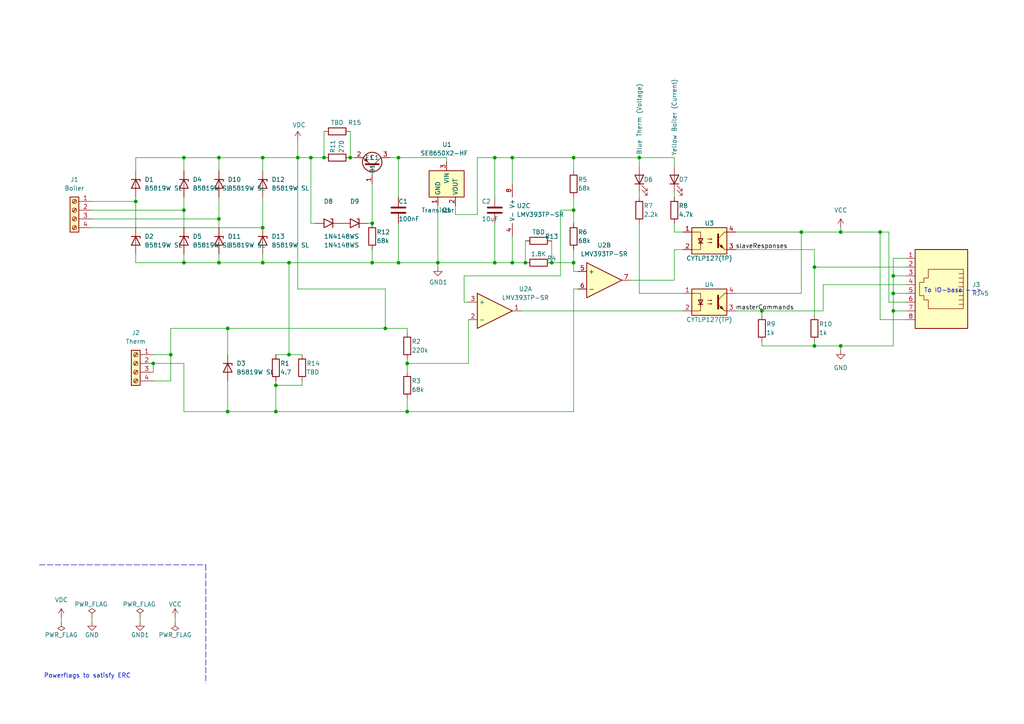
<source format=kicad_sch>
(kicad_sch (version 20231120) (generator "eeschema") (generator_version "8.0")
  (paper "A4")
  (title_block (title "Thermostat Cable Splitter") (date "2024-06-03") (rev "V1.0") (company "oup Energy Transistion Windesheim university of applied sciences") (comment 1 "Author: Daan Tellegen, Bram Busch") (comment 2 "Reviewed by: Marco Winkelman") (comment 3 "Licensend under: CERN-OHL-P-V2"))
  (lib_symbols
    (symbol "CYTLP127(TP)_1"
      (property "Reference" "U3" (at 0 5.08 0))
      (property "Value" "CYTLP127(TP)" (at 0 -5.08 0))
      (symbol "CYTLP127(TP)_1_0_1"
        (rectangle (start -5.08 3.81) (end 5.08 -3.81) (stroke (width 0.254)) (fill (type background)))
        (polyline (pts (xy -3.175 -0.635) (xy -1.905 -0.635)) (stroke (width 0.254)))
        (polyline (pts (xy 2.54 0.635) (xy 4.445 2.54)))
        (polyline (pts (xy 4.445 -2.54) (xy 2.54 -0.635)) (fill (type outline)))
        (polyline (pts (xy 4.445 -2.54) (xy 5.08 -2.54)))
        (polyline (pts (xy 4.445 2.54) (xy 5.08 2.54)))
        (polyline (pts (xy -2.54 -0.635) (xy -2.54 -2.54) (xy -5.08 -2.54)))
        (polyline (pts (xy 2.54 1.905) (xy 2.54 -1.905) (xy 2.54 -1.905)) (stroke (width 0.508)))
        (polyline (pts (xy -5.08 2.54) (xy -2.54 2.54) (xy -2.54 -1.27) (xy -2.54 0.635)))
        (polyline (pts (xy -2.54 -0.635) (xy -3.175 0.635) (xy -1.905 0.635) (xy -2.54 -0.635)) (stroke (width 0.254)))
        (polyline (pts (xy -0.508 -0.508) (xy 0.762 -0.508) (xy 0.381 -0.635) (xy 0.381 -0.381) (xy 0.762 -0.508)))
        (polyline (pts (xy -0.508 0.508) (xy 0.762 0.508) (xy 0.381 0.381) (xy 0.381 0.635) (xy 0.762 0.508)))
        (polyline (pts (xy 3.048 -1.651) (xy 3.556 -1.143) (xy 4.064 -2.159) (xy 3.048 -1.651) (xy 3.048 -1.651)) (fill (type outline)))
      )
      (symbol "CYTLP127(TP)_1_1_1"
        (pin passive line (at -7.62 2.54 0) (length 2.54) (name "~") (number "1"))
        (pin passive line (at -7.62 -2.54 0) (length 2.54) (name "~") (number "2"))
        (pin passive line (at 7.62 -2.54 180) (length 2.54) (name "~") (number "3"))
        (pin passive line (at 7.62 2.54 180) (length 2.54) (name "~") (number "4"))
      )
    )
    (symbol "Components:CYTLP127(TP)"
      (property "Reference" "U4" (at 0 5.08 0))
      (property "Value" "CYTLP127(TP)" (at 0 -5.08 0))
      (symbol "CYTLP127(TP)_0_1"
        (rectangle (start -5.08 3.81) (end 5.08 -3.81) (stroke (width 0.254)) (fill (type background)))
        (polyline (pts (xy -3.175 -0.635) (xy -1.905 -0.635)) (stroke (width 0.254)))
        (polyline (pts (xy 2.54 0.635) (xy 4.445 2.54)))
        (polyline (pts (xy 4.445 -2.54) (xy 2.54 -0.635)) (fill (type outline)))
        (polyline (pts (xy 4.445 -2.54) (xy 5.08 -2.54)))
        (polyline (pts (xy 4.445 2.54) (xy 5.08 2.54)))
        (polyline (pts (xy -2.54 -0.635) (xy -2.54 -2.54) (xy -5.08 -2.54)))
        (polyline (pts (xy 2.54 1.905) (xy 2.54 -1.905) (xy 2.54 -1.905)) (stroke (width 0.508)))
        (polyline (pts (xy -5.08 2.54) (xy -2.54 2.54) (xy -2.54 -1.27) (xy -2.54 0.635)))
        (polyline (pts (xy -2.54 -0.635) (xy -3.175 0.635) (xy -1.905 0.635) (xy -2.54 -0.635)) (stroke (width 0.254)))
        (polyline (pts (xy -0.508 -0.508) (xy 0.762 -0.508) (xy 0.381 -0.635) (xy 0.381 -0.381) (xy 0.762 -0.508)))
        (polyline (pts (xy -0.508 0.508) (xy 0.762 0.508) (xy 0.381 0.381) (xy 0.381 0.635) (xy 0.762 0.508)))
        (polyline (pts (xy 3.048 -1.651) (xy 3.556 -1.143) (xy 4.064 -2.159) (xy 3.048 -1.651) (xy 3.048 -1.651)) (fill (type outline)))
      )
      (symbol "CYTLP127(TP)_1_1"
        (pin passive line (at -7.62 2.54 0) (length 2.54) (name "~") (number "1"))
        (pin passive line (at -7.62 -2.54 0) (length 2.54) (name "~") (number "2"))
        (pin passive line (at 7.62 -2.54 180) (length 2.54) (name "~") (number "3"))
        (pin passive line (at 7.62 2.54 180) (length 2.54) (name "~") (number "4"))
      )
    )
    (symbol "Components:GS8332-SR"
      (property "Reference" "U" (at 2.54 13.97 0))
      (property "Value" "GS8332-SR" (at -8.89 13.97 0))
      (symbol "GS8332-SR_1_1"
        (polyline (pts (xy -5.08 5.08) (xy 5.08 0) (xy -5.08 -5.08) (xy -5.08 5.08)) (stroke (width 0.254)) (fill (type background)))
        (pin output line (at 7.62 0 180) (length 2.54) (name "~") (number "1"))
        (pin input line (at -7.62 -2.54 0) (length 2.54) (name "-") (number "2"))
        (pin input line (at -7.62 2.54 0) (length 2.54) (name "+") (number "3"))
      )
      (symbol "GS8332-SR_2_1"
        (polyline (pts (xy -5.08 5.08) (xy 5.08 0) (xy -5.08 -5.08) (xy -5.08 5.08)) (stroke (width 0.254)) (fill (type background)))
        (pin input line (at -7.62 2.54 0) (length 2.54) (name "+") (number "5"))
        (pin input line (at -7.62 -2.54 0) (length 2.54) (name "-") (number "6"))
        (pin output line (at 7.62 0 180) (length 2.54) (name "~") (number "7"))
      )
      (symbol "GS8332-SR_3_1"
        (pin power_in line (at 0 -5.08 90) (length 3.81) (name "V-") (number "4"))
        (pin power_in line (at 0 10.16 270) (length 3.81) (name "V+") (number "8"))
      )
    )
    (symbol "Components:SE8650X2-HF "
      (property "Reference" "U" (at 8.89 1.27 0))
      (property "Value" "SE8650X2-HF " (at -3.81 5.08 0))
      (symbol "SE8650X2-HF _1_1"
        (rectangle (start -5.08 2.54) (end 5.08 -5.08) (stroke (width 0.254)) (fill (type background)))
        (pin power_in line (at -2.54 -7.62 90) (length 2.54) (name "GND") (number "1"))
        (pin power_out line (at 2.54 -7.62 90) (length 2.54) (name "VOUT") (number "2"))
        (pin input line (at 0 5.08 270) (length 2.54) (name "VIN") (number "3"))
      )
    )
    (symbol "Components:Transistor"
      (property "Reference" "Q1" (at -8.89 12.7 90))
      (property "Value" "Transistor" (at -8.89 10.16 90))
      (symbol "Transistor_0_1"
        (polyline (pts (xy 4.445 -8.89) (xy 1.27 -8.89)))
        (polyline (pts (xy 4.445 -8.255) (xy 6.35 -6.35)))
        (polyline (pts (xy 4.445 -9.525) (xy 6.35 -11.43) (xy 6.35 -11.43)))
        (polyline (pts (xy 4.445 -6.985) (xy 4.445 -10.795) (xy 4.445 -10.795)) (stroke (width 0.508)))
        (polyline (pts (xy 6.096 -10.668) (xy 5.588 -11.176) (xy 5.08 -10.16) (xy 6.096 -10.668) (xy 6.096 -10.668)) (fill (type outline)))
        (circle (center 5.08 -8.89) (radius 2.8194) (stroke (width 0.254)))
      )
      (symbol "Transistor_1_1"
        (pin input line (at -1.27 -8.89 0) (length 2.54) (name "B1") (number "1"))
        (pin passive line (at 6.35 -13.97 90) (length 2.54) (name "E1") (number "2"))
        (pin passive line (at 6.35 -3.81 270) (length 2.54) (name "C1") (number "3"))
      )
    )
    (symbol "Connector:RJ45" (pin_names (offset 1.016))
      (property "Reference" "J" (at -5.08 13.97 0))
      (property "Value" "RJ45" (at 2.54 13.97 0))
      (symbol "RJ45_0_1"
        (polyline (pts (xy -5.08 4.445) (xy -6.35 4.445)))
        (polyline (pts (xy -5.08 5.715) (xy -6.35 5.715)))
        (polyline (pts (xy -6.35 -3.175) (xy -5.08 -3.175) (xy -5.08 -3.175)))
        (polyline (pts (xy -6.35 -1.905) (xy -5.08 -1.905) (xy -5.08 -1.905)))
        (polyline (pts (xy -6.35 -0.635) (xy -5.08 -0.635) (xy -5.08 -0.635)))
        (polyline (pts (xy -6.35 0.635) (xy -5.08 0.635) (xy -5.08 0.635)))
        (polyline (pts (xy -6.35 1.905) (xy -5.08 1.905) (xy -5.08 1.905)))
        (polyline (pts (xy -5.08 3.175) (xy -6.35 3.175) (xy -6.35 3.175)))
        (polyline (pts (xy -6.35 -4.445) (xy -6.35 6.985) (xy 3.81 6.985) (xy 3.81 4.445) (xy 5.08 4.445) (xy 5.08 3.175) (xy 6.35 3.175) (xy 6.35 -0.635) (xy 5.08 -0.635) (xy 5.08 -1.905) (xy 3.81 -1.905) (xy 3.81 -4.445) (xy -6.35 -4.445) (xy -6.35 -4.445)))
        (rectangle (start 7.62 12.7) (end -7.62 -10.16) (stroke (width 0.254)) (fill (type background)))
      )
      (symbol "RJ45_1_1"
        (pin passive line (at 10.16 -7.62 180) (length 2.54) (name "~") (number "1"))
        (pin passive line (at 10.16 -5.08 180) (length 2.54) (name "~") (number "2"))
        (pin passive line (at 10.16 -2.54 180) (length 2.54) (name "~") (number "3"))
        (pin passive line (at 10.16 0 180) (length 2.54) (name "~") (number "4"))
        (pin passive line (at 10.16 2.54 180) (length 2.54) (name "~") (number "5"))
        (pin passive line (at 10.16 5.08 180) (length 2.54) (name "~") (number "6"))
        (pin passive line (at 10.16 7.62 180) (length 2.54) (name "~") (number "7"))
        (pin passive line (at 10.16 10.16 180) (length 2.54) (name "~") (number "8"))
      )
    )
    (symbol "Connector:Screw_Terminal_01x04" (pin_names (offset 1.016) hide)
      (property "Reference" "J" (at 0 5.08 0))
      (property "Value" "Screw_Terminal_01x04" (at 0 -7.62 0))
      (symbol "Screw_Terminal_01x04_1_1"
        (rectangle (start -1.27 3.81) (end 1.27 -6.35) (stroke (width 0.254)) (fill (type background)))
        (circle (center 0 -5.08) (radius 0.635) (stroke (width 0.1524)))
        (circle (center 0 -2.54) (radius 0.635) (stroke (width 0.1524)))
        (polyline (pts (xy -0.5334 -4.7498) (xy 0.3302 -5.588)) (stroke (width 0.1524)))
        (polyline (pts (xy -0.5334 -2.2098) (xy 0.3302 -3.048)) (stroke (width 0.1524)))
        (polyline (pts (xy -0.5334 0.3302) (xy 0.3302 -0.508)) (stroke (width 0.1524)))
        (polyline (pts (xy -0.5334 2.8702) (xy 0.3302 2.032)) (stroke (width 0.1524)))
        (polyline (pts (xy -0.3556 -4.572) (xy 0.508 -5.4102)) (stroke (width 0.1524)))
        (polyline (pts (xy -0.3556 -2.032) (xy 0.508 -2.8702)) (stroke (width 0.1524)))
        (polyline (pts (xy -0.3556 0.508) (xy 0.508 -0.3302)) (stroke (width 0.1524)))
        (polyline (pts (xy -0.3556 3.048) (xy 0.508 2.2098)) (stroke (width 0.1524)))
        (circle (center 0 0) (radius 0.635) (stroke (width 0.1524)))
        (circle (center 0 2.54) (radius 0.635) (stroke (width 0.1524)))
        (pin passive line (at -5.08 2.54 0) (length 3.81) (name "Pin_1") (number "1"))
        (pin passive line (at -5.08 0 0) (length 3.81) (name "Pin_2") (number "2"))
        (pin passive line (at -5.08 -2.54 0) (length 3.81) (name "Pin_3") (number "3"))
        (pin passive line (at -5.08 -5.08 0) (length 3.81) (name "Pin_4") (number "4"))
      )
    )
    (symbol "Device:C" (pin_numbers hide) (pin_names (offset 0.254))
      (property "Reference" "C" (at 0.635 2.54 0))
      (property "Value" "C" (at 0.635 -2.54 0))
      (symbol "C_0_1"
        (polyline (pts (xy -2.032 -0.762) (xy 2.032 -0.762)) (stroke (width 0.508)))
        (polyline (pts (xy -2.032 0.762) (xy 2.032 0.762)) (stroke (width 0.508)))
      )
      (symbol "C_1_1"
        (pin passive line (at 0 3.81 270) (length 2.794) (name "~") (number "1"))
        (pin passive line (at 0 -3.81 90) (length 2.794) (name "~") (number "2"))
      )
    )
    (symbol "Device:D_Zener" (pin_numbers hide) (pin_names (offset 1.016) hide)
      (property "Reference" "D" (at 0 2.54 0))
      (property "Value" "D_Zener" (at 0 -2.54 0))
      (symbol "D_Zener_0_1"
        (polyline (pts (xy 1.27 0) (xy -1.27 0)))
        (polyline (pts (xy -1.27 -1.27) (xy -1.27 1.27) (xy -0.762 1.27)) (stroke (width 0.254)))
        (polyline (pts (xy 1.27 -1.27) (xy 1.27 1.27) (xy -1.27 0) (xy 1.27 -1.27)) (stroke (width 0.254)))
      )
      (symbol "D_Zener_1_1"
        (pin passive line (at -3.81 0 0) (length 2.54) (name "K") (number "1"))
        (pin passive line (at 3.81 0 180) (length 2.54) (name "A") (number "2"))
      )
    )
    (symbol "Device:LED" (pin_numbers hide) (pin_names (offset 1.016) hide)
      (property "Reference" "D" (at 0 2.54 0))
      (property "Value" "LED" (at 0 -2.54 0))
      (symbol "LED_0_1"
        (polyline (pts (xy -1.27 -1.27) (xy -1.27 1.27)) (stroke (width 0.254)))
        (polyline (pts (xy -1.27 0) (xy 1.27 0)))
        (polyline (pts (xy 1.27 -1.27) (xy 1.27 1.27) (xy -1.27 0) (xy 1.27 -1.27)) (stroke (width 0.254)))
        (polyline (pts (xy -3.048 -0.762) (xy -4.572 -2.286) (xy -3.81 -2.286) (xy -4.572 -2.286) (xy -4.572 -1.524)))
        (polyline (pts (xy -1.778 -0.762) (xy -3.302 -2.286) (xy -2.54 -2.286) (xy -3.302 -2.286) (xy -3.302 -1.524)))
      )
      (symbol "LED_1_1"
        (pin passive line (at -3.81 0 0) (length 2.54) (name "K") (number "1"))
        (pin passive line (at 3.81 0 180) (length 2.54) (name "A") (number "2"))
      )
    )
    (symbol "Device:R" (pin_numbers hide) (pin_names (offset 0))
      (property "Reference" "R" (at 2.032 0 90))
      (property "Value" "R" (at 0 0 90))
      (symbol "R_0_1"
        (rectangle (start -1.016 -2.54) (end 1.016 2.54) (stroke (width 0.254)))
      )
      (symbol "R_1_1"
        (pin passive line (at 0 3.81 270) (length 1.27) (name "~") (number "1"))
        (pin passive line (at 0 -3.81 90) (length 1.27) (name "~") (number "2"))
      )
    )
    (symbol "Diode:1.5KExxA" (pin_numbers hide) (pin_names (offset 1.016) hide)
      (property "Reference" "D" (at 0 2.54 0))
      (property "Value" "1.5KExxA" (at 0 -2.54 0))
      (symbol "1.5KExxA_0_1"
        (polyline (pts (xy -0.762 1.27) (xy -1.27 1.27) (xy -1.27 -1.27)) (stroke (width 0.254)))
        (polyline (pts (xy 1.27 1.27) (xy 1.27 -1.27) (xy -1.27 0) (xy 1.27 1.27)) (stroke (width 0.254)))
      )
      (symbol "1.5KExxA_1_1"
        (pin passive line (at -3.81 0 0) (length 2.54) (name "A1") (number "1"))
        (pin passive line (at 3.81 0 180) (length 2.54) (name "A2") (number "2"))
      )
    )
    (symbol "power:GND" (power) (pin_names (offset 0))
      (property "Value" "GND" (at 0 -3.81 0))
      (symbol "GND_0_1"
        (polyline (pts (xy 0 0) (xy 0 -1.27) (xy 1.27 -1.27) (xy 0 -2.54) (xy -1.27 -1.27) (xy 0 -1.27)))
      )
      (symbol "GND_1_1"
        (pin power_in line (at 0 0 270) (length 0) hide (name "GND") (number "1"))
      )
    )
    (symbol "power:GND1" (power) (pin_names (offset 0))
      (property "Value" "GND1" (at 0 -3.81 0))
      (symbol "GND1_0_1"
        (polyline (pts (xy 0 0) (xy 0 -1.27) (xy 1.27 -1.27) (xy 0 -2.54) (xy -1.27 -1.27) (xy 0 -1.27)))
      )
      (symbol "GND1_1_1"
        (pin power_in line (at 0 0 270) (length 0) hide (name "GND1") (number "1"))
      )
    )
    (symbol "power:PWR_FLAG" (power) (pin_numbers hide) (pin_names (offset 0) hide)
      (property "Value" "PWR_FLAG" (at 0 3.81 0))
      (symbol "PWR_FLAG_0_0"
        (pin power_out line (at 0 0 90) (length 0) (name "pwr") (number "1"))
      )
      (symbol "PWR_FLAG_0_1"
        (polyline (pts (xy 0 0) (xy 0 1.27) (xy -1.016 1.905) (xy 0 2.54) (xy 1.016 1.905) (xy 0 1.27)))
      )
    )
    (symbol "power:VCC" (power) (pin_names (offset 0))
      (property "Value" "VCC" (at 0 3.81 0))
      (symbol "VCC_0_1"
        (polyline (pts (xy -0.762 1.27) (xy 0 2.54)))
        (polyline (pts (xy 0 0) (xy 0 2.54)))
        (polyline (pts (xy 0 2.54) (xy 0.762 1.27)))
      )
      (symbol "VCC_1_1"
        (pin power_in line (at 0 0 90) (length 0) hide (name "VCC") (number "1"))
      )
    )
    (symbol "power:VDC" (power) (pin_names (offset 0))
      (property "Value" "VDC" (at 0 6.35 0))
      (symbol "VDC_0_1"
        (polyline (pts (xy -0.762 1.27) (xy 0 2.54)))
        (polyline (pts (xy 0 0) (xy 0 2.54)))
        (polyline (pts (xy 0 2.54) (xy 0.762 1.27)))
      )
      (symbol "VDC_1_1"
        (pin power_in line (at 0 0 90) (length 0) hide (name "VDC") (number "1"))
      )
    )
  )
  (junction (at 220.98 90.17))
  (junction (at 166.37 45.72))
  (junction (at 185.42 45.72))
  (junction (at 255.27 67.31))
  (junction (at 53.34 60.96))
  (junction (at 236.22 100.33))
  (junction (at 259.08 90.17))
  (junction (at 66.04 119.38))
  (junction (at 90.17 45.72))
  (junction (at 83.82 76.2))
  (junction (at 76.2 76.2))
  (junction (at 107.95 64.77))
  (junction (at 152.4 76.2))
  (junction (at 166.37 76.2))
  (junction (at 118.11 119.38))
  (junction (at 49.53 102.87))
  (junction (at 107.95 76.2))
  (junction (at 80.01 111.76))
  (junction (at 53.34 45.72))
  (junction (at 143.51 45.72))
  (junction (at 101.6 45.72))
  (junction (at 143.51 76.2))
  (junction (at 232.41 67.31))
  (junction (at 148.59 45.72))
  (junction (at 166.37 60.96))
  (junction (at 76.2 66.04))
  (junction (at 115.57 45.72))
  (junction (at 83.82 102.87))
  (junction (at 93.98 45.72))
  (junction (at 44.45 105.41))
  (junction (at 86.36 45.72))
  (junction (at 39.37 58.42))
  (junction (at 111.76 95.25))
  (junction (at 63.5 63.5))
  (junction (at 63.5 76.2))
  (junction (at 243.84 67.31))
  (junction (at 115.57 76.2))
  (junction (at 127 76.2))
  (junction (at 236.22 77.47))
  (junction (at 63.5 45.72))
  (junction (at 53.34 76.2))
  (junction (at 148.59 76.2))
  (junction (at 118.11 105.41))
  (junction (at 259.08 85.09))
  (junction (at 259.08 80.01))
  (junction (at 243.84 100.33))
  (junction (at 160.02 76.2))
  (junction (at 80.01 119.38))
  (junction (at 76.2 45.72))
  (junction (at 66.04 95.25))
  (wire (pts (xy 66.04 95.25) (xy 66.04 102.87)))
  (wire (pts (xy 26.67 58.42) (xy 39.37 58.42)))
  (wire (pts (xy 66.04 110.49) (xy 66.04 119.38)))
  (wire (pts (xy 160.02 69.85) (xy 160.02 76.2)))
  (wire (pts (xy 195.58 67.31) (xy 198.12 67.31)))
  (wire (pts (xy 26.67 60.96) (xy 53.34 60.96)))
  (wire (pts (xy 148.59 45.72) (xy 148.59 53.34)))
  (wire (pts (xy 143.51 45.72) (xy 143.51 57.15)))
  (wire (pts (xy 111.76 83.82) (xy 111.76 95.25)))
  (wire (pts (xy 53.34 57.15) (xy 53.34 60.96)))
  (wire (pts (xy 39.37 45.72) (xy 53.34 45.72)))
  (wire (pts (xy 127 76.2) (xy 115.57 76.2)))
  (wire (pts (xy 166.37 83.82) (xy 166.37 119.38)))
  (wire (pts (xy 134.62 80.01) (xy 134.62 87.63)))
  (wire (pts (xy 49.53 102.87) (xy 49.53 95.25)))
  (wire (pts (xy 195.58 45.72) (xy 195.58 48.26)))
  (wire (pts (xy 80.01 119.38) (xy 118.11 119.38)))
  (wire (pts (xy 101.6 45.72) (xy 102.87 45.72)))
  (wire (pts (xy 111.76 95.25) (xy 118.11 95.25)))
  (wire (pts (xy 262.89 74.93) (xy 259.08 74.93)))
  (wire (pts (xy 232.41 85.09) (xy 232.41 67.31)))
  (wire (pts (xy 44.45 102.87) (xy 49.53 102.87)))
  (wire (pts (xy 86.36 45.72) (xy 90.17 45.72)))
  (wire (pts (xy 134.62 80.01) (xy 162.56 80.01)))
  (wire (pts (xy 195.58 81.28) (xy 195.58 72.39)))
  (wire (pts (xy 127 59.69) (xy 127 76.2)))
  (wire (pts (xy 49.53 95.25) (xy 66.04 95.25)))
  (wire (pts (xy 259.08 90.17) (xy 259.08 100.33)))
  (wire (pts (xy 101.6 38.1) (xy 101.6 45.72)))
  (wire (pts (xy 107.95 72.39) (xy 107.95 76.2)))
  (wire (pts (xy 39.37 45.72) (xy 39.37 49.53)))
  (wire (pts (xy 107.95 76.2) (xy 115.57 76.2)))
  (wire (pts (xy 151.13 90.17) (xy 198.12 90.17)))
  (wire (pts (xy 66.04 119.38) (xy 80.01 119.38)))
  (wire (pts (xy 83.82 76.2) (xy 83.82 102.87)))
  (wire (pts (xy 63.5 57.15) (xy 63.5 63.5)))
  (wire (pts (xy 63.5 73.66) (xy 63.5 76.2)))
  (wire (pts (xy 80.01 111.76) (xy 80.01 119.38)))
  (wire (pts (xy 86.36 45.72) (xy 86.36 83.82)))
  (wire (pts (xy 26.67 63.5) (xy 63.5 63.5)))
  (wire (pts (xy 107.95 53.34) (xy 107.95 64.77)))
  (wire (pts (xy 238.76 90.17) (xy 220.98 90.17)))
  (wire (pts (xy 93.98 38.1) (xy 93.98 45.72)))
  (wire (pts (xy 87.63 111.76) (xy 80.01 111.76)))
  (wire (pts (xy 220.98 100.33) (xy 236.22 100.33)))
  (wire (pts (xy 66.04 95.25) (xy 111.76 95.25)))
  (wire (pts (xy 143.51 64.77) (xy 143.51 76.2)))
  (wire (pts (xy 166.37 72.39) (xy 166.37 76.2)))
  (wire (pts (xy 53.34 45.72) (xy 63.5 45.72)))
  (wire (pts (xy 236.22 77.47) (xy 262.89 77.47)))
  (wire (pts (xy 118.11 119.38) (xy 166.37 119.38)))
  (wire (pts (xy 39.37 76.2) (xy 53.34 76.2)))
  (wire (pts (xy 236.22 72.39) (xy 236.22 77.47)))
  (wire (pts (xy 49.53 110.49) (xy 49.53 102.87)))
  (wire (pts (xy 118.11 95.25) (xy 118.11 96.52)))
  (wire (pts (xy 143.51 45.72) (xy 148.59 45.72)))
  (wire (pts (xy 243.84 66.04) (xy 243.84 67.31)))
  (wire (pts (xy 255.27 92.71) (xy 255.27 67.31)))
  (wire (pts (xy 243.84 67.31) (xy 255.27 67.31)))
  (wire (pts (xy 236.22 100.33) (xy 243.84 100.33)))
  (wire (pts (xy 39.37 73.66) (xy 39.37 76.2)))
  (wire (pts (xy 220.98 91.44) (xy 220.98 90.17)))
  (wire (pts (xy 152.4 69.85) (xy 152.4 76.2)))
  (wire (pts (xy 39.37 58.42) (xy 39.37 66.04)))
  (wire (pts (xy 90.17 45.72) (xy 90.17 64.77)))
  (wire (pts (xy 262.89 87.63) (xy 257.81 87.63)))
  (wire (pts (xy 90.17 45.72) (xy 93.98 45.72)))
  (wire (pts (xy 76.2 57.15) (xy 76.2 66.04)))
  (wire (pts (xy 118.11 115.57) (xy 118.11 119.38)))
  (wire (pts (xy 148.59 76.2) (xy 143.51 76.2)))
  (wire (pts (xy 232.41 67.31) (xy 243.84 67.31)))
  (wire (pts (xy 167.64 78.74) (xy 166.37 78.74)))
  (wire (pts (xy 53.34 73.66) (xy 53.34 76.2)))
  (wire (pts (xy 63.5 45.72) (xy 63.5 49.53)))
  (wire (pts (xy 213.36 90.17) (xy 220.98 90.17)))
  (wire (pts (xy 91.44 64.77) (xy 90.17 64.77)))
  (wire (pts (xy 220.98 99.06) (xy 220.98 100.33)))
  (wire (pts (xy 162.56 60.96) (xy 162.56 80.01)))
  (wire (pts (xy 76.2 76.2) (xy 83.82 76.2)))
  (wire (pts (xy 148.59 68.58) (xy 148.59 76.2)))
  (wire (pts (xy 185.42 45.72) (xy 195.58 45.72)))
  (wire (pts (xy 259.08 90.17) (xy 262.89 90.17)))
  (wire (pts (xy 53.34 45.72) (xy 53.34 49.53)))
  (wire (pts (xy 185.42 45.72) (xy 185.42 48.26)))
  (wire (pts (xy 87.63 110.49) (xy 87.63 111.76)))
  (wire (pts (xy 236.22 99.06) (xy 236.22 100.33)))
  (wire (pts (xy 259.08 85.09) (xy 259.08 90.17)))
  (wire (pts (xy 80.01 110.49) (xy 80.01 111.76)))
  (wire (pts (xy 80.01 102.87) (xy 83.82 102.87)))
  (wire (pts (xy 135.89 87.63) (xy 134.62 87.63)))
  (wire (pts (xy 255.27 67.31) (xy 257.81 67.31)))
  (wire (pts (xy 53.34 60.96) (xy 53.34 66.04)))
  (wire (pts (xy 115.57 76.2) (xy 115.57 64.77)))
  (wire (pts (xy 213.36 72.39) (xy 236.22 72.39)))
  (wire (pts (xy 86.36 83.82) (xy 111.76 83.82)))
  (wire (pts (xy 86.36 40.64) (xy 86.36 45.72)))
  (wire (pts (xy 166.37 78.74) (xy 166.37 76.2)))
  (wire (pts (xy 143.51 76.2) (xy 127 76.2)))
  (wire (pts (xy 243.84 100.33) (xy 259.08 100.33)))
  (polyline (pts (xy 59.69 163.83) (xy 59.69 198.12)) (stroke (width 0) (type dash)))
  (wire (pts (xy 138.43 62.23) (xy 138.43 45.72)))
  (wire (pts (xy 257.81 87.63) (xy 257.81 67.31)))
  (wire (pts (xy 53.34 76.2) (xy 63.5 76.2)))
  (wire (pts (xy 63.5 76.2) (xy 76.2 76.2)))
  (wire (pts (xy 132.08 62.23) (xy 132.08 59.69)))
  (wire (pts (xy 166.37 45.72) (xy 185.42 45.72)))
  (wire (pts (xy 118.11 105.41) (xy 118.11 107.95)))
  (wire (pts (xy 198.12 85.09) (xy 185.42 85.09)))
  (wire (pts (xy 106.68 64.77) (xy 107.95 64.77)))
  (wire (pts (xy 182.88 81.28) (xy 195.58 81.28)))
  (wire (pts (xy 166.37 83.82) (xy 167.64 83.82)))
  (wire (pts (xy 39.37 57.15) (xy 39.37 58.42)))
  (wire (pts (xy 262.89 80.01) (xy 259.08 80.01)))
  (wire (pts (xy 152.4 76.2) (xy 148.59 76.2)))
  (wire (pts (xy 40.64 179.07) (xy 40.64 180.34)))
  (wire (pts (xy 262.89 92.71) (xy 255.27 92.71)))
  (wire (pts (xy 53.34 105.41) (xy 53.34 119.38)))
  (wire (pts (xy 132.08 62.23) (xy 138.43 62.23)))
  (wire (pts (xy 63.5 45.72) (xy 76.2 45.72)))
  (wire (pts (xy 166.37 60.96) (xy 166.37 64.77)))
  (wire (pts (xy 115.57 45.72) (xy 115.57 57.15)))
  (wire (pts (xy 195.58 72.39) (xy 198.12 72.39)))
  (polyline (pts (xy 11.43 163.83) (xy 59.69 163.83)) (stroke (width 0) (type dash)))
  (wire (pts (xy 148.59 45.72) (xy 166.37 45.72)))
  (wire (pts (xy 185.42 85.09) (xy 185.42 64.77)))
  (wire (pts (xy 17.78 179.07) (xy 17.78 180.34)))
  (wire (pts (xy 185.42 57.15) (xy 185.42 55.88)))
  (wire (pts (xy 76.2 45.72) (xy 86.36 45.72)))
  (wire (pts (xy 259.08 74.93) (xy 259.08 80.01)))
  (wire (pts (xy 129.54 46.99) (xy 129.54 45.72)))
  (wire (pts (xy 135.89 105.41) (xy 135.89 92.71)))
  (wire (pts (xy 76.2 45.72) (xy 76.2 49.53)))
  (wire (pts (xy 44.45 105.41) (xy 44.45 107.95)))
  (wire (pts (xy 44.45 105.41) (xy 53.34 105.41)))
  (wire (pts (xy 262.89 82.55) (xy 238.76 82.55)))
  (wire (pts (xy 259.08 85.09) (xy 262.89 85.09)))
  (wire (pts (xy 83.82 102.87) (xy 87.63 102.87)))
  (wire (pts (xy 138.43 45.72) (xy 143.51 45.72)))
  (wire (pts (xy 44.45 110.49) (xy 49.53 110.49)))
  (wire (pts (xy 166.37 57.15) (xy 166.37 60.96)))
  (wire (pts (xy 195.58 57.15) (xy 195.58 55.88)))
  (wire (pts (xy 50.8 179.07) (xy 50.8 180.34)))
  (wire (pts (xy 236.22 77.47) (xy 236.22 91.44)))
  (wire (pts (xy 127 76.2) (xy 127 77.47)))
  (wire (pts (xy 118.11 105.41) (xy 135.89 105.41)))
  (wire (pts (xy 26.67 66.04) (xy 76.2 66.04)))
  (wire (pts (xy 238.76 82.55) (xy 238.76 90.17)))
  (wire (pts (xy 118.11 104.14) (xy 118.11 105.41)))
  (wire (pts (xy 243.84 101.6) (xy 243.84 100.33)))
  (wire (pts (xy 213.36 85.09) (xy 232.41 85.09)))
  (wire (pts (xy 76.2 73.66) (xy 76.2 76.2)))
  (wire (pts (xy 162.56 60.96) (xy 166.37 60.96)))
  (wire (pts (xy 115.57 45.72) (xy 129.54 45.72)))
  (wire (pts (xy 113.03 45.72) (xy 115.57 45.72)))
  (wire (pts (xy 166.37 49.53) (xy 166.37 45.72)))
  (wire (pts (xy 63.5 63.5) (xy 63.5 66.04)))
  (wire (pts (xy 83.82 76.2) (xy 107.95 76.2)))
  (wire (pts (xy 213.36 67.31) (xy 232.41 67.31)))
  (wire (pts (xy 26.67 179.07) (xy 26.67 180.34)))
  (wire (pts (xy 195.58 64.77) (xy 195.58 67.31)))
  (wire (pts (xy 160.02 76.2) (xy 166.37 76.2)))
  (wire (pts (xy 259.08 80.01) (xy 259.08 85.09)))
  (wire (pts (xy 53.34 119.38) (xy 66.04 119.38)))
  (text "Powerflags to satisfy ERC" (at 12.7 196.85 0) (effects (font (size 1.27 1.27)) (justify left bottom)))
  (text "To IO-base -->" (at 267.97 85.09 0) (effects (font (size 1.27 1.27)) (justify left bottom)))
  (label "slaveResponses" (at 213.36 72.39 0))
  (label "masterCommands" (at 213.36 90.17 0))
  (symbol (lib_id "Device:R") (at 97.79 38.1 90) (unit 1)
    (property "Reference" "R15" (at 102.87 35.56 90))
    (property "Value" "TBD" (at 97.79 35.56 90))
    (property "Footprint" "Resistor_SMD:R_0805_2012Metric_Pad1.20x1.40mm_HandSolder" (effects (hide yes)))
    (property "Datasheet" "https://datasheet.lcsc.com/lcsc/2206010116_UNI-ROYAL-Uniroyal-Elec-0603WAF4700T5E_C23179.pdf" (effects (hide yes)))
  )
  (symbol (lib_id "power:PWR_FLAG") (at 50.8 180.34 180) (unit 1)
    (property "Reference" "#FLG04" (effects (hide yes)))
    (property "Value" "PWR_FLAG" (at 50.8 184.15 0))
  )
  (symbol (lib_id "Device:R") (at 107.95 68.58 0) (unit 1)
    (property "Reference" "R12" (at 109.22 67.31 0) (effects (justify left)))
    (property "Value" "68k" (at 109.22 69.85 0) (effects (justify left)))
    (property "Footprint" "Resistor_SMD:R_0603_1608Metric" (effects (hide yes)))
    (property "Datasheet" "https://datasheet.lcsc.com/lcsc/2206010116_UNI-ROYAL-Uniroyal-Elec-0603WAF470KT5E_C23231.pdf" (effects (hide yes)))
  )
  (symbol (lib_id "Components:CYTLP127(TP)") (at 205.74 87.63 0) (unit 1)
    (property "Reference" "U4" (at 205.74 82.55 0))
    (property "Value" "CYTLP127(TP)" (at 205.74 92.71 0))
    (property "Footprint" "Package_SO:SO-4_4.4x3.6mm_P2.54mm" (effects (hide yes)))
    (property "Datasheet" "https://datasheet.lcsc.com/lcsc/2108071730_OCIC-CYTLP127-TP_C2836429.pdf" (effects (hide yes)))
    (property "LCSC" "C2836429" (effects (hide yes)))
  )
  (symbol (lib_id "Device:D_Zener") (at 63.5 53.34 270) (unit 1)
    (property "Reference" "D10" (at 66.04 52.0699 90) (effects (justify left)))
    (property "Value" "B5819W SL" (at 66.04 54.6099 90) (effects (justify left)))
    (property "Footprint" "Diode_SMD:D_SOD-123" (effects (hide yes)))
    (property "Datasheet" "https://datasheet.lcsc.com/lcsc/1809140216_Changjiang-Electronics-Tech-CJ-B5819W_C8598.pdf" (effects (hide yes)))
    (property "LCSC" "C8598" (effects (hide yes)))
  )
  (symbol (lib_id "Device:R") (at 80.01 106.68 0) (unit 1)
    (property "Reference" "R1" (at 81.28 105.41 0) (effects (justify left)))
    (property "Value" "4.7" (at 81.28 107.95 0) (effects (justify left)))
    (property "Footprint" "Resistor_SMD:R_0603_1608Metric" (effects (hide yes)))
    (property "Datasheet" "https://datasheet.lcsc.com/lcsc/2206010116_UNI-ROYAL-Uniroyal-Elec-0603WAF470KT5E_C23164.pdf" (effects (hide yes)))
  )
  (symbol (lib_id "Device:R") (at 156.21 69.85 90) (unit 1)
    (property "Reference" "R13" (at 160.02 68.58 90))
    (property "Value" "TBD" (at 156.21 67.31 90))
    (property "Footprint" "Resistor_SMD:R_0805_2012Metric_Pad1.20x1.40mm_HandSolder" (effects (hide yes)))
    (property "Datasheet" "https://datasheet.lcsc.com/lcsc/2206010116_UNI-ROYAL-Uniroyal-Elec-0603WAF4700T5E_C23179.pdf" (effects (hide yes)))
  )
  (symbol (lib_id "Device:R") (at 220.98 95.25 0) (unit 1)
    (property "Reference" "R9" (at 222.25 93.98 0) (effects (justify left)))
    (property "Value" "1k" (at 222.25 96.52 0) (effects (justify left)))
    (property "Footprint" "Resistor_SMD:R_0603_1608Metric" (effects (hide yes)))
    (property "Datasheet" "https://datasheet.lcsc.com/lcsc/2206010130_UNI-ROYAL-Uniroyal-Elec-0603WAF1001T5E_C21190.pdf" (effects (hide yes)))
  )
  (symbol (lib_id "power:GND1") (at 40.64 180.34 0) (unit 1)
    (property "Reference" "#PWR03" (effects (hide yes)))
    (property "Value" "GND1" (at 40.64 184.15 0))
  )
  (symbol (lib_id "Components:GS8332-SR") (at 148.59 63.5 0) (unit 3)
    (property "Reference" "U2" (at 149.86 59.6899 0) (effects (justify left)))
    (property "Value" "LMV393TP-SR" (at 149.86 62.2299 0) (effects (justify left)))
    (property "Footprint" "Package_SO:SOIC-8_3.9x4.9mm_P1.27mm" (effects (hide yes)))
    (property "Datasheet" "https://datasheet.lcsc.com/lcsc/1811031615_3PEAK-LMV393TP-SR_C97672.pdf" (effects (hide yes)))
    (property "LCSC" "C97672" (effects (hide yes)))
  )
  (symbol (lib_id "power:PWR_FLAG") (at 26.67 179.07 0) (unit 1)
    (property "Reference" "#FLG02" (effects (hide yes)))
    (property "Value" "PWR_FLAG" (at 21.59 175.26 0) (effects (justify left)))
  )
  (symbol (lib_id "Device:D_Zener") (at 76.2 69.85 270) (unit 1)
    (property "Reference" "D13" (at 78.74 68.5799 90) (effects (justify left)))
    (property "Value" "B5819W SL" (at 78.74 71.1199 90) (effects (justify left)))
    (property "Footprint" "Diode_SMD:D_SOD-123" (effects (hide yes)))
    (property "Datasheet" "https://datasheet.lcsc.com/lcsc/1809140216_Changjiang-Electronics-Tech-CJ-B5819W_C8598.pdf" (effects (hide yes)))
    (property "LCSC" "C8598" (effects (hide yes)))
  )
  (symbol (lib_id "Device:R") (at 97.79 45.72 90) (unit 1)
    (property "Reference" "R11" (at 96.52 44.45 0) (effects (justify left)))
    (property "Value" "270" (at 99.06 44.45 0) (effects (justify left)))
    (property "Footprint" "Resistor_SMD:R_0603_1608Metric" (effects (hide yes)))
    (property "Datasheet" "https://datasheet.lcsc.com/lcsc/2206010230_UNI-ROYAL-Uniroyal-Elec-0603WAF3302T5E_C8218pdf" (effects (hide yes)))
  )
  (symbol (lib_id "Device:R") (at 118.11 111.76 0) (unit 1)
    (property "Reference" "R3" (at 119.38 110.49 0) (effects (justify left)))
    (property "Value" "68k" (at 119.38 113.03 0) (effects (justify left)))
    (property "Footprint" "Resistor_SMD:R_0603_1608Metric" (effects (hide yes)))
    (property "Datasheet" "https://datasheet.lcsc.com/lcsc/2206010045_UNI-ROYAL-Uniroyal-Elec-0603WAF1002T5E_C25804.pdf" (effects (hide yes)))
  )
  (symbol (lib_id "Device:D_Zener") (at 76.2 53.34 270) (unit 1)
    (property "Reference" "D12" (at 78.74 52.0699 90) (effects (justify left)))
    (property "Value" "B5819W SL" (at 78.74 54.6099 90) (effects (justify left)))
    (property "Footprint" "Diode_SMD:D_SOD-123" (effects (hide yes)))
    (property "Datasheet" "https://datasheet.lcsc.com/lcsc/1809140216_Changjiang-Electronics-Tech-CJ-B5819W_C8598.pdf" (effects (hide yes)))
    (property "LCSC" "C8598" (effects (hide yes)))
  )
  (symbol (lib_id "power:GND1") (at 127 77.47 0) (unit 1)
    (property "Reference" "#PWR0101" (effects (hide yes)))
    (property "Value" "GND1" (at 127.127 81.8642 0))
  )
  (symbol (lib_id "Device:D_Zener") (at 39.37 69.85 270) (unit 1)
    (property "Reference" "D2" (at 41.91 68.5799 90) (effects (justify left)))
    (property "Value" "B5819W SL" (at 41.91 71.1199 90) (effects (justify left)))
    (property "Footprint" "Diode_SMD:D_SOD-123" (effects (hide yes)))
    (property "Datasheet" "https://datasheet.lcsc.com/lcsc/1809140216_Changjiang-Electronics-Tech-CJ-B5819W_C8598.pdf" (effects (hide yes)))
    (property "LCSC" "C8598" (effects (hide yes)))
  )
  (symbol (lib_id "Device:R") (at 118.11 100.33 0) (unit 1)
    (property "Reference" "R2" (at 119.38 99.06 0) (effects (justify left)))
    (property "Value" "220k" (at 119.38 101.6 0) (effects (justify left)))
    (property "Footprint" "Resistor_SMD:R_0603_1608Metric" (effects (hide yes)))
    (property "Datasheet" "https://datasheet.lcsc.com/lcsc/2206010230_UNI-ROYAL-Uniroyal-Elec-0603WAF3302T5E_C4216.pdf" (effects (hide yes)))
  )
  (symbol (lib_id "Connector:Screw_Terminal_01x04") (at 39.37 105.41 0) (mirror y) (unit 1)
    (property "Reference" "J2" (at 39.37 96.52 0))
    (property "Value" "Therm" (at 39.37 99.06 0))
    (property "Footprint" "Connector_Phoenix_MSTB:PhoenixContact_MSTBA_2,5_4-G-5,08_1x04_P5.08mm_Horizontal" (effects (hide yes)))
    (property "Description" "Generic screw terminal, single row, 01x04, script generated (kicad-library-utils/schlib/autogen/connector/)" (effects (hide yes)))
  )
  (symbol (lib_id "Device:C") (at 115.57 60.96 0) (unit 1)
    (property "Reference" "C1" (at 115.57 58.42 0) (effects (justify left)))
    (property "Value" "100nF" (at 115.57 63.5 0) (effects (justify left)))
    (property "Footprint" "Capacitor_SMD:C_0805_2012Metric" (effects (hide yes)))
    (property "Datasheet" "https://datasheet.lcsc.com/lcsc/1811121310_Samsung-Electro-Mechanics-CL21A106KAYNNNE_C15850.pdf" (effects (hide yes)))
  )
  (symbol (lib_id "power:VCC") (at 243.84 66.04 0) (unit 1)
    (property "Reference" "#PWR05" (effects (hide yes)))
    (property "Value" "VCC" (at 243.84 60.96 0))
  )
  (symbol (lib_id "power:VCC") (at 50.8 179.07 0) (unit 1)
    (property "Reference" "#PWR04" (effects (hide yes)))
    (property "Value" "VCC" (at 50.8 175.26 0))
  )
  (symbol (lib_id "power:GND") (at 243.84 101.6 0) (unit 1)
    (property "Reference" "#PWR06" (effects (hide yes)))
    (property "Value" "GND" (at 243.84 106.68 0))
  )
  (symbol (lib_id "Diode:1.5KExxA") (at 95.25 64.77 0) (mirror y) (unit 1)
    (property "Reference" "D8" (at 95.25 58.42 0))
    (property "Value" "1N4148WS" (at 99.06 68.58 0))
    (property "Footprint" "Diode_SMD:D_SOD-323_HandSoldering" (effects (hide yes)))
    (property "Datasheet" "https://datasheet.lcsc.com/lcsc/1810101110_Jiangsu-Changjing-Electronics-Technology-Co---Ltd--1N4148WS_C2128.pdf" (effects (hide yes)))
    (property "LCSC" "C2128" (effects (hide yes)))
  )
  (symbol (lib_id "Device:D_Zener") (at 53.34 53.34 270) (unit 1)
    (property "Reference" "D4" (at 55.88 52.0699 90) (effects (justify left)))
    (property "Value" "B5819W SL" (at 55.88 54.6099 90) (effects (justify left)))
    (property "Footprint" "Diode_SMD:D_SOD-123" (effects (hide yes)))
    (property "Datasheet" "https://datasheet.lcsc.com/lcsc/1809140216_Changjiang-Electronics-Tech-CJ-B5819W_C8598.pdf" (effects (hide yes)))
    (property "LCSC" "C8598" (effects (hide yes)))
  )
  (symbol (lib_id "Device:R") (at 236.22 95.25 0) (unit 1)
    (property "Reference" "R10" (at 237.49 93.98 0) (effects (justify left)))
    (property "Value" "1k" (at 237.49 96.52 0) (effects (justify left)))
    (property "Footprint" "Resistor_SMD:R_0603_1608Metric" (effects (hide yes)))
    (property "Datasheet" "https://datasheet.lcsc.com/lcsc/2206010130_UNI-ROYAL-Uniroyal-Elec-0603WAF1001T5E_C21190.pdf" (effects (hide yes)))
  )
  (symbol (lib_id "power:GND") (at 26.67 180.34 0) (unit 1)
    (property "Reference" "#PWR02" (effects (hide yes)))
    (property "Value" "GND" (at 26.67 184.15 0))
  )
  (symbol (lib_id "Device:R") (at 166.37 53.34 0) (unit 1)
    (property "Reference" "R5" (at 167.64 52.07 0) (effects (justify left)))
    (property "Value" "68k" (at 167.64 54.61 0) (effects (justify left)))
    (property "Footprint" "Resistor_SMD:R_0603_1608Metric" (effects (hide yes)))
    (property "Datasheet" "https://datasheet.lcsc.com/lcsc/2206010045_UNI-ROYAL-Uniroyal-Elec-0603WAF1802T5E_C25810.pdf" (effects (hide yes)))
  )
  (symbol (lib_id "Components:GS8332-SR") (at 143.51 90.17 0) (unit 1)
    (property "Reference" "U2" (at 152.4 83.82 0))
    (property "Value" "LMV393TP-SR" (at 152.4 86.36 0))
    (property "Footprint" "Package_SO:SOIC-8_3.9x4.9mm_P1.27mm" (effects (hide yes)))
    (property "Datasheet" "https://datasheet.lcsc.com/lcsc/1811031615_3PEAK-LMV393TP-SR_C97672.pdf" (effects (hide yes)))
    (property "LCSC" "C97672" (effects (hide yes)))
  )
  (symbol (lib_id "Device:R") (at 166.37 68.58 0) (unit 1)
    (property "Reference" "R6" (at 167.64 67.31 0) (effects (justify left)))
    (property "Value" "68k" (at 167.64 69.85 0) (effects (justify left)))
    (property "Footprint" "Resistor_SMD:R_0603_1608Metric" (effects (hide yes)))
    (property "Datasheet" "https://datasheet.lcsc.com/lcsc/2206010045_UNI-ROYAL-Uniroyal-Elec-0603WAF1802T5E_C25810.pdf" (effects (hide yes)))
  )
  (symbol (lib_id "Connector:Screw_Terminal_01x04") (at 21.59 60.96 0) (mirror y) (unit 1)
    (property "Reference" "J1" (at 21.59 52.07 0))
    (property "Value" "Boiler" (at 21.59 54.61 0))
    (property "Footprint" "Connector_Phoenix_MSTB:PhoenixContact_MSTBA_2,5_4-G-5,08_1x04_P5.08mm_Horizontal" (effects (hide yes)))
    (property "Description" "Generic screw terminal, single row, 01x04, script generated (kicad-library-utils/schlib/autogen/connector/)" (effects (hide yes)))
  )
  (symbol (lib_id "Device:R") (at 185.42 60.96 0) (unit 1)
    (property "Reference" "R7" (at 186.69 59.69 0) (effects (justify left)))
    (property "Value" "2.2k" (at 186.69 62.23 0) (effects (justify left)))
    (property "Footprint" "Resistor_SMD:R_0603_1608Metric" (effects (hide yes)))
    (property "Datasheet" "https://datasheet.lcsc.com/lcsc/2206010230_UNI-ROYAL-Uniroyal-Elec-0603WAF2201T5E_C4190.pdf" (effects (hide yes)))
  )
  (symbol (lib_id "Components:SE8650X2-HF ") (at 129.54 52.07 0) (unit 1)
    (property "Reference" "U1" (at 128.27 41.91 0) (effects (justify left)))
    (property "Value" "SE8650X2-HF " (at 121.92 44.45 0) (effects (justify left)))
    (property "Footprint" "Package_TO_SOT_SMD:SOT-23" (effects (hide yes)))
    (property "Datasheet" "https://datasheet.lcsc.com/lcsc/2203221230_Seaward-Elec-SE8650X2-HF_C496615.pdf" (effects (hide yes)))
    (property "LCSC" "C496615" (effects (hide yes)))
  )
  (symbol (lib_id "Device:D_Zener") (at 53.34 69.85 270) (unit 1)
    (property "Reference" "D5" (at 55.88 68.5799 90) (effects (justify left)))
    (property "Value" "B5819W SL" (at 55.88 71.1199 90) (effects (justify left)))
    (property "Footprint" "Diode_SMD:D_SOD-123" (effects (hide yes)))
    (property "Datasheet" "https://datasheet.lcsc.com/lcsc/1809140216_Changjiang-Electronics-Tech-CJ-B5819W_C8598.pdf" (effects (hide yes)))
    (property "LCSC" "C8598" (effects (hide yes)))
  )
  (symbol (lib_id "Device:C") (at 143.51 60.96 0) (unit 1)
    (property "Reference" "C2" (at 139.7 58.42 0) (effects (justify left)))
    (property "Value" "10uF" (at 139.7 63.5 0) (effects (justify left)))
    (property "Footprint" "Capacitor_SMD:C_0805_2012Metric" (effects (hide yes)))
    (property "Datasheet" "https://datasheet.lcsc.com/lcsc/1811121310_Samsung-Electro-Mechanics-CL21A106KAYNNNE_C15850.pdf" (effects (hide yes)))
  )
  (symbol (lib_id "Components:GS8332-SR") (at 175.26 81.28 0) (unit 2)
    (property "Reference" "U2" (at 175.26 71.12 0))
    (property "Value" "LMV393TP-SR" (at 175.26 73.66 0))
    (property "Footprint" "Package_SO:SOIC-8_3.9x4.9mm_P1.27mm" (effects (hide yes)))
    (property "Datasheet" "https://datasheet.lcsc.com/lcsc/1811031615_3PEAK-LMV393TP-SR_C97672.pdf" (effects (hide yes)))
    (property "LCSC" "C97672" (effects (hide yes)))
  )
  (symbol (lib_name "CYTLP127(TP)_1") (lib_id "Components:CYTLP127(TP)") (at 205.74 69.85 0) (unit 1)
    (property "Reference" "U3" (at 205.74 64.77 0))
    (property "Value" "CYTLP127(TP)" (at 205.74 74.93 0))
    (property "Footprint" "Package_SO:SO-4_4.4x3.6mm_P2.54mm" (effects (hide yes)))
    (property "Datasheet" "https://datasheet.lcsc.com/lcsc/2108071730_OCIC-CYTLP127-TP_C2836429.pdf" (effects (hide yes)))
    (property "LCSC" "C2836429" (effects (hide yes)))
  )
  (symbol (lib_id "power:PWR_FLAG") (at 17.78 180.34 180) (unit 1)
    (property "Reference" "#FLG01" (effects (hide yes)))
    (property "Value" "PWR_FLAG" (at 17.78 184.15 0))
  )
  (symbol (lib_id "Diode:1.5KExxA") (at 102.87 64.77 0) (mirror y) (unit 1)
    (property "Reference" "D9" (at 102.87 58.42 0))
    (property "Value" "1N4148WS" (at 99.06 71.12 0))
    (property "Footprint" "Diode_SMD:D_SOD-323_HandSoldering" (effects (hide yes)))
    (property "Datasheet" "https://datasheet.lcsc.com/lcsc/1810101110_Jiangsu-Changjing-Electronics-Technology-Co---Ltd--1N4148WS_C2128.pdf" (effects (hide yes)))
    (property "LCSC" "C2128" (effects (hide yes)))
  )
  (symbol (lib_id "power:VDC") (at 86.36 40.64 0) (unit 1)
    (property "Reference" "#PWR0102" (effects (hide yes)))
    (property "Value" "VDC" (at 86.741 36.2458 0))
  )
  (symbol (lib_id "power:VDC") (at 17.78 179.07 0) (unit 1)
    (property "Reference" "#PWR01" (effects (hide yes)))
    (property "Value" "VDC" (at 17.78 173.99 0))
  )
  (symbol (lib_id "Device:D_Zener") (at 63.5 69.85 270) (unit 1)
    (property "Reference" "D11" (at 66.04 68.5799 90) (effects (justify left)))
    (property "Value" "B5819W SL" (at 66.04 71.1199 90) (effects (justify left)))
    (property "Footprint" "Diode_SMD:D_SOD-123" (effects (hide yes)))
    (property "Datasheet" "https://datasheet.lcsc.com/lcsc/1809140216_Changjiang-Electronics-Tech-CJ-B5819W_C8598.pdf" (effects (hide yes)))
    (property "LCSC" "C8598" (effects (hide yes)))
  )
  (symbol (lib_id "Connector:RJ45") (at 273.05 82.55 180) (unit 1)
    (property "Reference" "J3" (at 281.94 82.5499 0) (effects (justify right)))
    (property "Value" "RJ45" (at 281.94 85.0899 0) (effects (justify right)))
    (property "Footprint" "Connector_RJ:RJ45_Amphenol_54602-x08_Horizontal" (effects (hide yes)))
    (property "Datasheet" "https://nl.mouser.com/ProductDetail/Stewart-Connector-Bel/SS-90000-001?qs=QNEnbhJQKvbZHjhN0uW6bw%3D%3D" (effects (hide yes)))
    (property "Mouser" "SS90000001" (effects (hide yes)))
  )
  (symbol (lib_id "Device:R") (at 87.63 106.68 0) (unit 1)
    (property "Reference" "R14" (at 88.9 105.41 0) (effects (justify left)))
    (property "Value" "TBD" (at 88.9 107.95 0) (effects (justify left)))
    (property "Footprint" "Resistor_SMD:R_0805_2012Metric_Pad1.20x1.40mm_HandSolder" (effects (hide yes)))
    (property "Datasheet" "https://datasheet.lcsc.com/lcsc/2206010116_UNI-ROYAL-Uniroyal-Elec-0603WAF470KT5E_C23164.pdf" (effects (hide yes)))
  )
  (symbol (lib_id "Device:LED") (at 185.42 52.07 90) (unit 1)
    (property "Reference" "D6" (at 186.69 52.07 90) (effects (justify right)))
    (property "Value" "Blue Therm (Voltage)" (at 185.42 24.13 0) (effects (justify right)))
    (property "Footprint" "LED_SMD:LED_0603_1608Metric" (effects (hide yes)))
    (property "Datasheet" "https://datasheet.lcsc.com/lcsc/1811101510_Everlight-Elec-19-217-BHC-ZL1M2RY-3T_C72041.pdf" (effects (hide yes)))
  )
  (symbol (lib_id "power:PWR_FLAG") (at 40.64 179.07 0) (unit 1)
    (property "Reference" "#FLG03" (effects (hide yes)))
    (property "Value" "PWR_FLAG" (at 35.56 175.26 0) (effects (justify left)))
  )
  (symbol (lib_id "Device:LED") (at 195.58 52.07 90) (unit 1)
    (property "Reference" "D7" (at 196.85 52.07 90) (effects (justify right)))
    (property "Value" "Yellow Boiler (Current)" (at 195.58 22.86 0) (effects (justify right)))
    (property "Footprint" "LED_SMD:LED_0603_1608Metric" (effects (hide yes)))
    (property "Datasheet" "https://datasheet.lcsc.com/lcsc/1810101813_Everlight-Elec-19-213-Y2C-CQ2R2L-3T-CY_C72038.pdf" (effects (hide yes)))
  )
  (symbol (lib_id "Device:R") (at 156.21 76.2 90) (unit 1)
    (property "Reference" "R4" (at 160.02 74.93 90))
    (property "Value" "1.8K" (at 156.21 73.66 90))
    (property "Footprint" "Resistor_SMD:R_0603_1608Metric" (effects (hide yes)))
    (property "Datasheet" "https://datasheet.lcsc.com/lcsc/2206010116_UNI-ROYAL-Uniroyal-Elec-0603WAF4700T5E_C23179.pdf" (effects (hide yes)))
  )
  (symbol (lib_id "Device:D_Zener") (at 66.04 106.68 270) (unit 1)
    (property "Reference" "D3" (at 68.58 105.4099 90) (effects (justify left)))
    (property "Value" "B5819W SL" (at 68.58 107.9499 90) (effects (justify left)))
    (property "Footprint" "Diode_SMD:D_SOD-123" (effects (hide yes)))
    (property "Datasheet" "https://datasheet.lcsc.com/lcsc/1809140216_Changjiang-Electronics-Tech-CJ-B5819W_C8598.pdf" (effects (hide yes)))
    (property "LCSC" "C8598" (effects (hide yes)))
  )
  (symbol (lib_id "Device:D_Zener") (at 39.37 53.34 270) (unit 1)
    (property "Reference" "D1" (at 41.91 52.0699 90) (effects (justify left)))
    (property "Value" "B5819W SL" (at 41.91 54.6099 90) (effects (justify left)))
    (property "Footprint" "Diode_SMD:D_SOD-123" (effects (hide yes)))
    (property "Datasheet" "https://datasheet.lcsc.com/lcsc/1809140216_Jiangsu-Changjing-Electronics-Technology-Co---Ltd--B5819W-SL_C8598.pdf" (effects (hide yes)))
    (property "LCSC" "C8598" (effects (hide yes)))
  )
  (symbol (lib_id "Components:Transistor") (at 116.84 52.07 270) (mirror x) (unit 1)
    (property "Reference" "Q1" (at 129.54 60.96 90))
    (property "Value" "Transistor" (at 127 60.96 90))
    (property "Footprint" "Package_TO_SOT_SMD:SOT-23" (effects (hide yes)))
    (property "Datasheet" "https://datasheet.lcsc.com/lcsc/1809211021_Jiangsu-Changjing-Electronics-Technology-Co---Ltd--S9015_C2149.pdf" (effects (hide yes)))
    (property "LCSC" "C2149" (effects (hide yes)))
  )
  (symbol (lib_id "Device:R") (at 195.58 60.96 0) (unit 1)
    (property "Reference" "R8" (at 196.85 59.69 0) (effects (justify left)))
    (property "Value" "4.7k" (at 196.85 62.23 0) (effects (justify left)))
    (property "Footprint" "Resistor_SMD:R_0603_1608Metric" (effects (hide yes)))
    (property "Datasheet" "https://datasheet.lcsc.com/lcsc/2206010116_UNI-ROYAL-Uniroyal-Elec-0603WAF5601T5E_C23189.pdf" (effects (hide yes)))
  )
)
</source>
